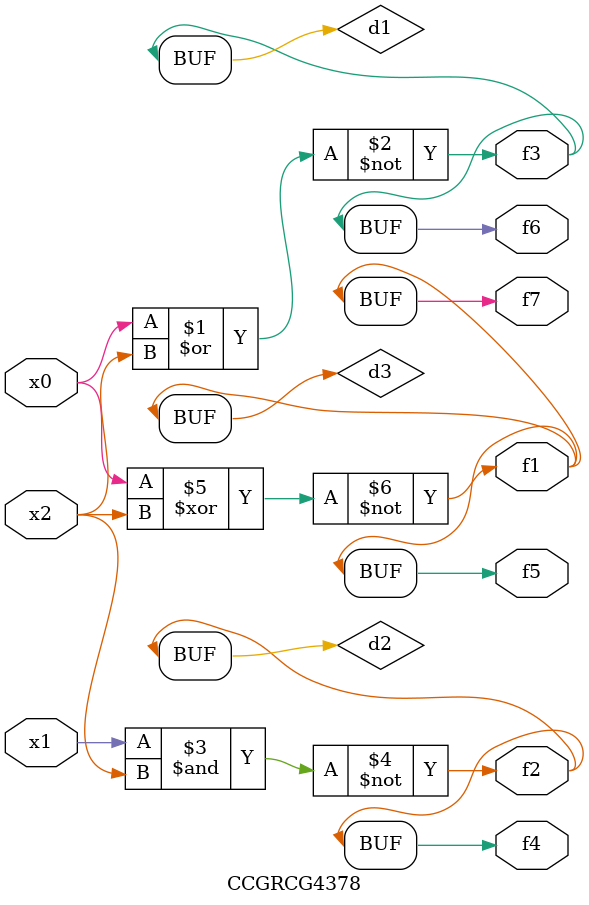
<source format=v>
module CCGRCG4378(
	input x0, x1, x2,
	output f1, f2, f3, f4, f5, f6, f7
);

	wire d1, d2, d3;

	nor (d1, x0, x2);
	nand (d2, x1, x2);
	xnor (d3, x0, x2);
	assign f1 = d3;
	assign f2 = d2;
	assign f3 = d1;
	assign f4 = d2;
	assign f5 = d3;
	assign f6 = d1;
	assign f7 = d3;
endmodule

</source>
